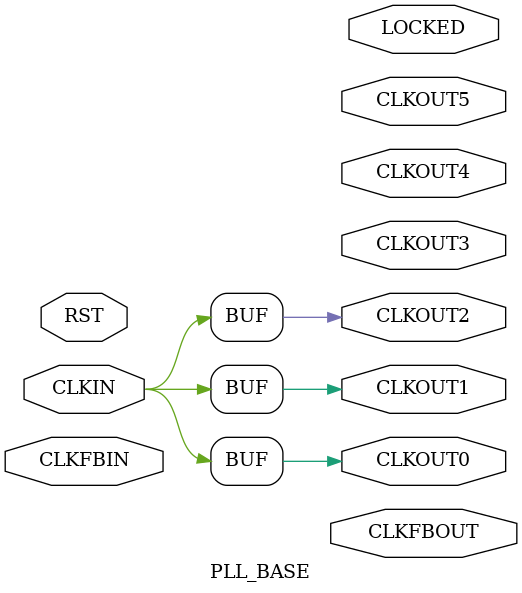
<source format=v>

module OBUFDS(output O, output OB, input I);
   assign O = I;
   assign OB = ~I;
endmodule

module BUFG(output O, input I);
   assign O = I;
endmodule

module PLL_BASE(	
		output CLKFBOUT,
		output CLKOUT0,
		output CLKOUT1,
		output CLKOUT2,
		output CLKOUT3,
		output CLKOUT4,
		output CLKOUT5,
		output LOCKED,
		input  RST,
		input  CLKFBIN,
		input  CLKIN
			);

   parameter BANDWIDTH = 0;
   parameter CLK_FEEDBACK = 0;
   parameter COMPENSATION = 0;
   parameter DIVCLK_DIVIDE = 0;
   parameter CLKFBOUT_MULT = 0;
   parameter CLKFBOUT_PHASE = 0;

   parameter CLKOUT0_DIVIDE = 0;
   parameter CLKOUT0_PHASE = 0;
   parameter CLKOUT0_DUTY_CYCLE = 0;

   parameter CLKOUT1_DIVIDE = 0;
   parameter CLKOUT1_PHASE = 0;
   parameter CLKOUT1_DUTY_CYCLE = 0;

   parameter CLKOUT2_DIVIDE = 0;
   parameter CLKOUT2_PHASE = 0;
   parameter CLKOUT2_DUTY_CYCLE = 0;

   parameter CLKIN_PERIOD = 0;
   parameter REF_JITTER = 0;

   assign CLKOUT0 = CLKIN;
   assign CLKOUT1 = CLKIN;
   assign CLKOUT2 = CLKIN;

endmodule

</source>
